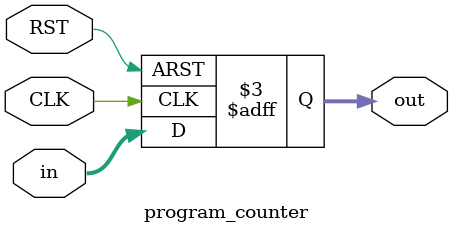
<source format=v>
module program_counter #
(
  parameter INSTRUCTION_WIDTH  = 32 
)
(
  input  wire                          CLK ,
  input  wire                          RST ,
  
  input  wire [INSTRUCTION_WIDTH-1:0]  in  ,
  
  output reg  [INSTRUCTION_WIDTH-1:0]  out
);

always @ (posedge CLK or negedge RST)
  begin
    if (!RST)
        out <= {INSTRUCTION_WIDTH{1'b0}};
    else
        out <= in;
  end
  
endmodule
</source>
